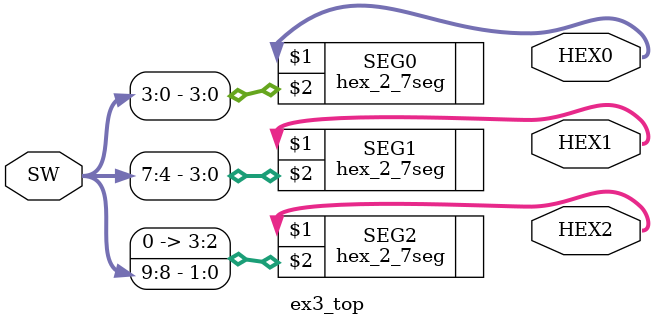
<source format=v>
module ex3_top(
	SW,	//input 10 bit switch, RHS is the LSB
	HEX0, //LS
	HEX1, 
	HEX2
		//MS
);
	
	input [9:0] SW;
	output [6:0] HEX0;
	output [6:0] HEX1;
	output [6:0] HEX2;
	
	
	hex_2_7seg SEG0 (HEX0,SW[3:0]);
	hex_2_7seg SEG1 (HEX1,SW[7:4]);
	hex_2_7seg SEG2 (HEX2,{ 2'b00, SW[9:8] });	
	 
endmodule

</source>
